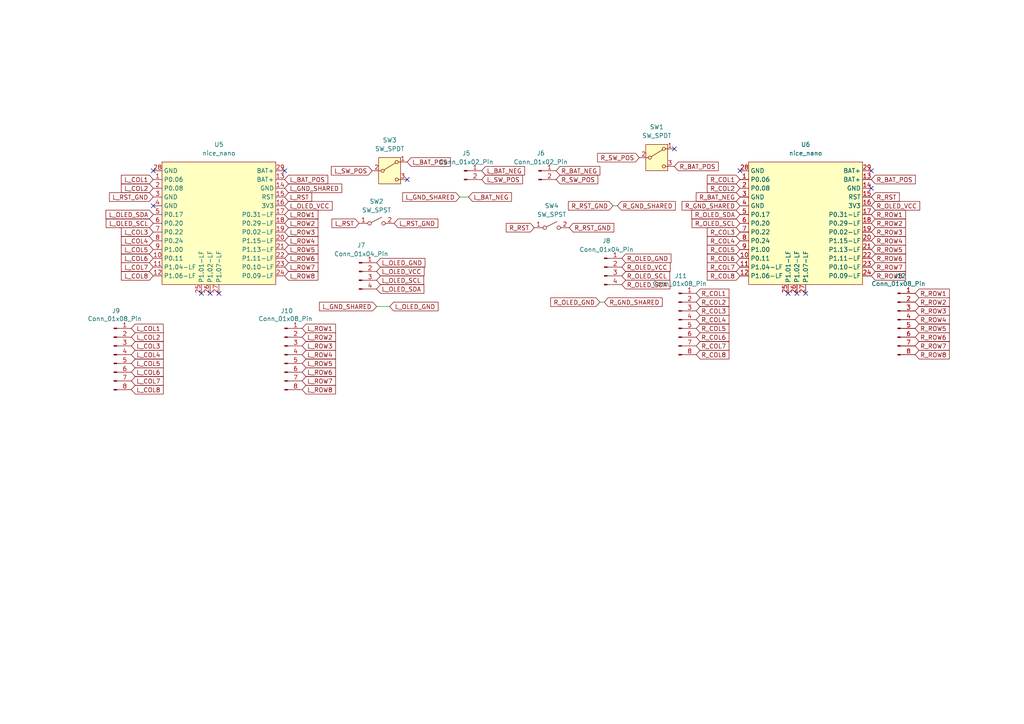
<source format=kicad_sch>
(kicad_sch (version 20231120) (generator "eeschema") (generator_version "8.0")
  (paper "A4")
  (lib_symbols
    (symbol "Connector:Conn_01x02_Pin" (pin_names (offset 1.016) hide)
      (property "Reference" "J" (at 0 2.54 0))
      (property "Value" "Conn_01x02_Pin" (at 0 -5.08 0))
      (symbol "Conn_01x02_Pin_1_1"
        (polyline (pts (xy 1.27 -2.54) (xy 0.8636 -2.54)) (stroke (width 0.1524)))
        (polyline (pts (xy 1.27 0) (xy 0.8636 0)) (stroke (width 0.1524)))
        (rectangle (start 0.8636 -2.413) (end 0 -2.667) (stroke (width 0.1524)) (fill (type outline)))
        (rectangle (start 0.8636 0.127) (end 0 -0.127) (stroke (width 0.1524)) (fill (type outline)))
        (pin passive line (at 5.08 0 180) (length 3.81) (name "Pin_1") (number "1"))
        (pin passive line (at 5.08 -2.54 180) (length 3.81) (name "Pin_2") (number "2"))
      )
    )
    (symbol "Connector:Conn_01x04_Pin" (pin_names (offset 1.016) hide)
      (property "Reference" "J" (at 0 5.08 0))
      (property "Value" "Conn_01x04_Pin" (at 0 -7.62 0))
      (symbol "Conn_01x04_Pin_1_1"
        (polyline (pts (xy 1.27 -5.08) (xy 0.8636 -5.08)) (stroke (width 0.1524)))
        (polyline (pts (xy 1.27 -2.54) (xy 0.8636 -2.54)) (stroke (width 0.1524)))
        (polyline (pts (xy 1.27 0) (xy 0.8636 0)) (stroke (width 0.1524)))
        (polyline (pts (xy 1.27 2.54) (xy 0.8636 2.54)) (stroke (width 0.1524)))
        (rectangle (start 0.8636 -4.953) (end 0 -5.207) (stroke (width 0.1524)) (fill (type outline)))
        (rectangle (start 0.8636 -2.413) (end 0 -2.667) (stroke (width 0.1524)) (fill (type outline)))
        (rectangle (start 0.8636 0.127) (end 0 -0.127) (stroke (width 0.1524)) (fill (type outline)))
        (rectangle (start 0.8636 2.667) (end 0 2.413) (stroke (width 0.1524)) (fill (type outline)))
        (pin passive line (at 5.08 2.54 180) (length 3.81) (name "Pin_1") (number "1"))
        (pin passive line (at 5.08 0 180) (length 3.81) (name "Pin_2") (number "2"))
        (pin passive line (at 5.08 -2.54 180) (length 3.81) (name "Pin_3") (number "3"))
        (pin passive line (at 5.08 -5.08 180) (length 3.81) (name "Pin_4") (number "4"))
      )
    )
    (symbol "Connector:Conn_01x08_Pin" (pin_names (offset 1.016) hide)
      (property "Reference" "J" (at 0 10.16 0))
      (property "Value" "Conn_01x08_Pin" (at 0 -12.7 0))
      (symbol "Conn_01x08_Pin_1_1"
        (polyline (pts (xy 1.27 -10.16) (xy 0.8636 -10.16)) (stroke (width 0.1524)))
        (polyline (pts (xy 1.27 -7.62) (xy 0.8636 -7.62)) (stroke (width 0.1524)))
        (polyline (pts (xy 1.27 -5.08) (xy 0.8636 -5.08)) (stroke (width 0.1524)))
        (polyline (pts (xy 1.27 -2.54) (xy 0.8636 -2.54)) (stroke (width 0.1524)))
        (polyline (pts (xy 1.27 0) (xy 0.8636 0)) (stroke (width 0.1524)))
        (polyline (pts (xy 1.27 2.54) (xy 0.8636 2.54)) (stroke (width 0.1524)))
        (polyline (pts (xy 1.27 5.08) (xy 0.8636 5.08)) (stroke (width 0.1524)))
        (polyline (pts (xy 1.27 7.62) (xy 0.8636 7.62)) (stroke (width 0.1524)))
        (rectangle (start 0.8636 -10.033) (end 0 -10.287) (stroke (width 0.1524)) (fill (type outline)))
        (rectangle (start 0.8636 -7.493) (end 0 -7.747) (stroke (width 0.1524)) (fill (type outline)))
        (rectangle (start 0.8636 -4.953) (end 0 -5.207) (stroke (width 0.1524)) (fill (type outline)))
        (rectangle (start 0.8636 -2.413) (end 0 -2.667) (stroke (width 0.1524)) (fill (type outline)))
        (rectangle (start 0.8636 0.127) (end 0 -0.127) (stroke (width 0.1524)) (fill (type outline)))
        (rectangle (start 0.8636 2.667) (end 0 2.413) (stroke (width 0.1524)) (fill (type outline)))
        (rectangle (start 0.8636 5.207) (end 0 4.953) (stroke (width 0.1524)) (fill (type outline)))
        (rectangle (start 0.8636 7.747) (end 0 7.493) (stroke (width 0.1524)) (fill (type outline)))
        (pin passive line (at 5.08 7.62 180) (length 3.81) (name "Pin_1") (number "1"))
        (pin passive line (at 5.08 5.08 180) (length 3.81) (name "Pin_2") (number "2"))
        (pin passive line (at 5.08 2.54 180) (length 3.81) (name "Pin_3") (number "3"))
        (pin passive line (at 5.08 0 180) (length 3.81) (name "Pin_4") (number "4"))
        (pin passive line (at 5.08 -2.54 180) (length 3.81) (name "Pin_5") (number "5"))
        (pin passive line (at 5.08 -5.08 180) (length 3.81) (name "Pin_6") (number "6"))
        (pin passive line (at 5.08 -7.62 180) (length 3.81) (name "Pin_7") (number "7"))
        (pin passive line (at 5.08 -10.16 180) (length 3.81) (name "Pin_8") (number "8"))
      )
    )
    (symbol "PCM_marbastlib-promicroish:nice_nano" (in_bom no)
      (property "Reference" "U" (at 0 22.86 0))
      (property "Value" "nice_nano" (at 0 20.32 0))
      (symbol "nice_nano_0_0"
        (pin bidirectional line (at -19.05 13.97 0) (length 2.54) (name "P0.06") (number "1"))
        (pin bidirectional line (at -19.05 -8.89 0) (length 2.54) (name "P0.11") (number "10"))
        (pin bidirectional line (at -19.05 -11.43 0) (length 2.54) (name "P1.04-LF") (number "11"))
        (pin bidirectional line (at -19.05 -13.97 0) (length 2.54) (name "P1.06-LF") (number "12"))
        (pin power_out line (at 19.05 11.43 180) (length 2.54) (name "GND") (number "14"))
        (pin bidirectional line (at 19.05 8.89 180) (length 2.54) (name "RST") (number "15"))
        (pin bidirectional line (at 19.05 3.81 180) (length 2.54) (name "P0.31-LF") (number "17"))
        (pin bidirectional line (at 19.05 1.27 180) (length 2.54) (name "P0.29-LF") (number "18"))
        (pin bidirectional line (at 19.05 -1.27 180) (length 2.54) (name "P0.02-LF") (number "19"))
        (pin bidirectional line (at -19.05 11.43 0) (length 2.54) (name "P0.08") (number "2"))
        (pin bidirectional line (at 19.05 -3.81 180) (length 2.54) (name "P1.15-LF") (number "20"))
        (pin bidirectional line (at 19.05 -6.35 180) (length 2.54) (name "P1.13-LF") (number "21"))
        (pin bidirectional line (at 19.05 -8.89 180) (length 2.54) (name "P1.11-LF") (number "22"))
        (pin bidirectional line (at 19.05 -13.97 180) (length 2.54) (name "P0.09-LF") (number "24"))
        (pin power_out line (at -19.05 8.89 0) (length 2.54) (name "GND") (number "3"))
        (pin power_out line (at -19.05 6.35 0) (length 2.54) (name "GND") (number "4"))
        (pin bidirectional line (at -19.05 3.81 0) (length 2.54) (name "P0.17") (number "5"))
        (pin bidirectional line (at -19.05 1.27 0) (length 2.54) (name "P0.20") (number "6"))
        (pin bidirectional line (at -19.05 -1.27 0) (length 2.54) (name "P0.22") (number "7"))
        (pin bidirectional line (at -19.05 -3.81 0) (length 2.54) (name "P0.24") (number "8"))
        (pin bidirectional line (at -19.05 -6.35 0) (length 2.54) (name "P1.00") (number "9"))
      )
      (symbol "nice_nano_1_0"
        (pin power_out line (at 19.05 13.97 180) (length 2.54) (name "BAT+") (number "13"))
        (pin power_out line (at 19.05 6.35 180) (length 2.54) (name "3V3") (number "16"))
        (pin bidirectional line (at 19.05 -11.43 180) (length 2.54) (name "P0.10-LF") (number "23"))
        (pin bidirectional line (at -5.08 -19.05 90) (length 2.54) (name "P1.01-LF") (number "25"))
        (pin bidirectional line (at -2.54 -19.05 90) (length 2.54) (name "P1.02-LF") (number "26"))
        (pin bidirectional line (at 0 -19.05 90) (length 2.54) (name "P1.07-LF") (number "27"))
        (pin power_out line (at -19.05 16.51 0) (length 2.54) (name "GND") (number "28"))
        (pin power_out line (at 19.05 16.51 180) (length 2.54) (name "BAT+") (number "29"))
      )
      (symbol "nice_nano_1_1"
        (rectangle (start -16.51 19.05) (end 16.51 -16.51) (fill (type background)))
      )
    )
    (symbol "Switch:SW_SPDT" (pin_names (offset 0) hide)
      (property "Reference" "SW" (at 0 5.08 0))
      (property "Value" "SW_SPDT" (at 0 -5.08 0))
      (symbol "SW_SPDT_0_1"
        (circle (center -2.032 0) (radius 0.4572))
        (polyline (pts (xy -1.651 0.254) (xy 1.651 2.286)))
        (circle (center 2.032 -2.54) (radius 0.4572))
        (circle (center 2.032 2.54) (radius 0.4572))
      )
      (symbol "SW_SPDT_1_1"
        (rectangle (start -3.175 3.81) (end 3.175 -3.81) (fill (type background)))
        (pin passive line (at 5.08 2.54 180) (length 2.54) (name "A") (number "1"))
        (pin passive line (at -5.08 0 0) (length 2.54) (name "B") (number "2"))
        (pin passive line (at 5.08 -2.54 180) (length 2.54) (name "C") (number "3"))
      )
    )
    (symbol "Switch:SW_SPST" (pin_names (offset 0) hide)
      (property "Reference" "SW" (at 0 3.175 0))
      (property "Value" "SW_SPST" (at 0 -2.54 0))
      (symbol "SW_SPST_0_0"
        (circle (center -2.032 0) (radius 0.508))
        (polyline (pts (xy -1.524 0.254) (xy 1.524 1.778)))
        (circle (center 2.032 0) (radius 0.508))
      )
      (symbol "SW_SPST_1_1"
        (pin passive line (at -5.08 0 0) (length 2.54) (name "A") (number "1"))
        (pin passive line (at 5.08 0 180) (length 2.54) (name "B") (number "2"))
      )
    )
  )
  (no_connect (at 233.68 85.09))
  (no_connect (at 252.73 49.53))
  (no_connect (at 63.5 85.09))
  (no_connect (at 118.11 52.07))
  (no_connect (at 214.63 49.53))
  (no_connect (at 58.42 85.09))
  (no_connect (at 82.55 49.53))
  (no_connect (at 44.45 49.53))
  (no_connect (at 252.73 54.61))
  (no_connect (at 60.96 85.09))
  (no_connect (at 44.45 59.69))
  (no_connect (at 228.6 85.09))
  (no_connect (at 231.14 85.09))
  (no_connect (at 195.58 43.18))
  (wire (pts (xy 173.99 87.63) (xy 175.26 87.63)))
  (wire (pts (xy 179.07 59.69) (xy 177.8 59.69)))
  (wire (pts (xy 109.22 88.9) (xy 113.03 88.9)))
  (wire (pts (xy 133.35 57.15) (xy 135.89 57.15)))
  (global_label "L_OLED_SCL" (shape input) (at 109.22 81.28 0) (property "Intersheetrefs" "${INTERSHEET_REFS}" (effects (hide yes))))
  (global_label "R_OLED_GND" (shape input) (at 180.34 74.93 0) (property "Intersheetrefs" "${INTERSHEET_REFS}" (effects (hide yes))))
  (global_label "R_ROW6" (shape input) (at 252.73 74.93 0) (property "Intersheetrefs" "${INTERSHEET_REFS}" (effects (hide yes))))
  (global_label "L_ROW4" (shape input) (at 82.55 69.85 0) (property "Intersheetrefs" "${INTERSHEET_REFS}" (effects (hide yes))))
  (global_label "L_COL3" (shape input) (at 44.45 67.31 180) (property "Intersheetrefs" "${INTERSHEET_REFS}" (effects (hide yes))))
  (global_label "R_OLED_SCL" (shape input) (at 180.34 80.01 0) (property "Intersheetrefs" "${INTERSHEET_REFS}" (effects (hide yes))))
  (global_label "R_OLED_SDA" (shape input) (at 180.34 82.55 0) (property "Intersheetrefs" "${INTERSHEET_REFS}" (effects (hide yes))))
  (global_label "L_OLED_SDA" (shape input) (at 44.45 62.23 180) (property "Intersheetrefs" "${INTERSHEET_REFS}" (effects (hide yes))))
  (global_label "L_RST_GND" (shape input) (at 44.45 57.15 180) (property "Intersheetrefs" "${INTERSHEET_REFS}" (effects (hide yes))))
  (global_label "R_COL5" (shape input) (at 201.93 95.25 0) (property "Intersheetrefs" "${INTERSHEET_REFS}" (effects (hide yes))))
  (global_label "R_SW_POS" (shape input) (at 161.29 52.07 0) (property "Intersheetrefs" "${INTERSHEET_REFS}" (effects (hide yes))))
  (global_label "R_COL1" (shape input) (at 214.63 52.07 180) (property "Intersheetrefs" "${INTERSHEET_REFS}" (effects (hide yes))))
  (global_label "L_ROW5" (shape input) (at 87.63 105.41 0) (property "Intersheetrefs" "${INTERSHEET_REFS}" (effects (hide yes))))
  (global_label "R_ROW6" (shape input) (at 265.43 97.79 0) (property "Intersheetrefs" "${INTERSHEET_REFS}" (effects (hide yes))))
  (global_label "R_COL8" (shape input) (at 214.63 80.01 180) (property "Intersheetrefs" "${INTERSHEET_REFS}" (effects (hide yes))))
  (global_label "R_COL3" (shape input) (at 201.93 90.17 0) (property "Intersheetrefs" "${INTERSHEET_REFS}" (effects (hide yes))))
  (global_label "R_ROW1" (shape input) (at 252.73 62.23 0) (property "Intersheetrefs" "${INTERSHEET_REFS}" (effects (hide yes))))
  (global_label "R_COL8" (shape input) (at 201.93 102.87 0) (property "Intersheetrefs" "${INTERSHEET_REFS}" (effects (hide yes))))
  (global_label "L_OLED_VCC" (shape input) (at 82.55 59.69 0) (property "Intersheetrefs" "${INTERSHEET_REFS}" (effects (hide yes))))
  (global_label "L_COL2" (shape input) (at 44.45 54.61 180) (property "Intersheetrefs" "${INTERSHEET_REFS}" (effects (hide yes))))
  (global_label "R_OLED_VCC" (shape input) (at 252.73 59.69 0) (property "Intersheetrefs" "${INTERSHEET_REFS}" (effects (hide yes))))
  (global_label "R_RST_GND" (shape input) (at 165.1 66.04 0) (property "Intersheetrefs" "${INTERSHEET_REFS}" (effects (hide yes))))
  (global_label "R_GND_SHARED" (shape input) (at 179.07 59.69 0) (property "Intersheetrefs" "${INTERSHEET_REFS}" (effects (hide yes))))
  (global_label "L_ROW2" (shape input) (at 87.63 97.79 0) (property "Intersheetrefs" "${INTERSHEET_REFS}" (effects (hide yes))))
  (global_label "L_COL1" (shape input) (at 44.45 52.07 180) (property "Intersheetrefs" "${INTERSHEET_REFS}" (effects (hide yes))))
  (global_label "L_COL6" (shape input) (at 44.45 74.93 180) (property "Intersheetrefs" "${INTERSHEET_REFS}" (effects (hide yes))))
  (global_label "R_COL2" (shape input) (at 214.63 54.61 180) (property "Intersheetrefs" "${INTERSHEET_REFS}" (effects (hide yes))))
  (global_label "L_ROW3" (shape input) (at 87.63 100.33 0) (property "Intersheetrefs" "${INTERSHEET_REFS}" (effects (hide yes))))
  (global_label "R_COL7" (shape input) (at 214.63 77.47 180) (property "Intersheetrefs" "${INTERSHEET_REFS}" (effects (hide yes))))
  (global_label "R_ROW8" (shape input) (at 265.43 102.87 0) (property "Intersheetrefs" "${INTERSHEET_REFS}" (effects (hide yes))))
  (global_label "R_RST" (shape input) (at 154.94 66.04 180) (property "Intersheetrefs" "${INTERSHEET_REFS}" (effects (hide yes))))
  (global_label "L_COL4" (shape input) (at 38.1 102.87 0) (property "Intersheetrefs" "${INTERSHEET_REFS}" (effects (hide yes))))
  (global_label "R_COL4" (shape input) (at 214.63 69.85 180) (property "Intersheetrefs" "${INTERSHEET_REFS}" (effects (hide yes))))
  (global_label "L_SW_POS" (shape input) (at 139.7 52.07 0) (property "Intersheetrefs" "${INTERSHEET_REFS}" (effects (hide yes))))
  (global_label "R_BAT_POS" (shape input) (at 195.58 48.26 0) (property "Intersheetrefs" "${INTERSHEET_REFS}" (effects (hide yes))))
  (global_label "R_BAT_POS" (shape input) (at 252.73 52.07 0) (property "Intersheetrefs" "${INTERSHEET_REFS}" (effects (hide yes))))
  (global_label "R_ROW5" (shape input) (at 265.43 95.25 0) (property "Intersheetrefs" "${INTERSHEET_REFS}" (effects (hide yes))))
  (global_label "L_COL6" (shape input) (at 38.1 107.95 0) (property "Intersheetrefs" "${INTERSHEET_REFS}" (effects (hide yes))))
  (global_label "L_SW_POS" (shape input) (at 107.95 49.53 180) (property "Intersheetrefs" "${INTERSHEET_REFS}" (effects (hide yes))))
  (global_label "L_ROW7" (shape input) (at 87.63 110.49 0) (property "Intersheetrefs" "${INTERSHEET_REFS}" (effects (hide yes))))
  (global_label "R_ROW1" (shape input) (at 265.43 85.09 0) (property "Intersheetrefs" "${INTERSHEET_REFS}" (effects (hide yes))))
  (global_label "L_BAT_NEG" (shape input) (at 139.7 49.53 0) (property "Intersheetrefs" "${INTERSHEET_REFS}" (effects (hide yes))))
  (global_label "L_OLED_GND" (shape input) (at 113.03 88.9 0) (property "Intersheetrefs" "${INTERSHEET_REFS}" (effects (hide yes))))
  (global_label "L_COL2" (shape input) (at 38.1 97.79 0) (property "Intersheetrefs" "${INTERSHEET_REFS}" (effects (hide yes))))
  (global_label "L_ROW5" (shape input) (at 82.55 72.39 0) (property "Intersheetrefs" "${INTERSHEET_REFS}" (effects (hide yes))))
  (global_label "L_ROW7" (shape input) (at 82.55 77.47 0) (property "Intersheetrefs" "${INTERSHEET_REFS}" (effects (hide yes))))
  (global_label "L_ROW8" (shape input) (at 82.55 80.01 0) (property "Intersheetrefs" "${INTERSHEET_REFS}" (effects (hide yes))))
  (global_label "L_COL1" (shape input) (at 38.1 95.25 0) (property "Intersheetrefs" "${INTERSHEET_REFS}" (effects (hide yes))))
  (global_label "L_COL8" (shape input) (at 38.1 113.03 0) (property "Intersheetrefs" "${INTERSHEET_REFS}" (effects (hide yes))))
  (global_label "R_GND_SHARED" (shape input) (at 214.63 59.69 180) (property "Intersheetrefs" "${INTERSHEET_REFS}" (effects (hide yes))))
  (global_label "L_RST" (shape input) (at 82.55 57.15 0) (property "Intersheetrefs" "${INTERSHEET_REFS}" (effects (hide yes))))
  (global_label "R_BAT_NEG" (shape input) (at 214.63 57.15 180) (property "Intersheetrefs" "${INTERSHEET_REFS}" (effects (hide yes))))
  (global_label "R_COL6" (shape input) (at 201.93 97.79 0) (property "Intersheetrefs" "${INTERSHEET_REFS}" (effects (hide yes))))
  (global_label "R_ROW8" (shape input) (at 252.73 80.01 0) (property "Intersheetrefs" "${INTERSHEET_REFS}" (effects (hide yes))))
  (global_label "L_BAT_NEG" (shape input) (at 135.89 57.15 0) (property "Intersheetrefs" "${INTERSHEET_REFS}" (effects (hide yes))))
  (global_label "R_ROW2" (shape input) (at 265.43 87.63 0) (property "Intersheetrefs" "${INTERSHEET_REFS}" (effects (hide yes))))
  (global_label "L_BAT_POS" (shape input) (at 82.55 52.07 0) (property "Intersheetrefs" "${INTERSHEET_REFS}" (effects (hide yes))))
  (global_label "L_COL5" (shape input) (at 38.1 105.41 0) (property "Intersheetrefs" "${INTERSHEET_REFS}" (effects (hide yes))))
  (global_label "L_ROW6" (shape input) (at 87.63 107.95 0) (property "Intersheetrefs" "${INTERSHEET_REFS}" (effects (hide yes))))
  (global_label "L_OLED_SDA" (shape input) (at 109.22 83.82 0) (property "Intersheetrefs" "${INTERSHEET_REFS}" (effects (hide yes))))
  (global_label "R_COL3" (shape input) (at 214.63 67.31 180) (property "Intersheetrefs" "${INTERSHEET_REFS}" (effects (hide yes))))
  (global_label "R_RST" (shape input) (at 252.73 57.15 0) (property "Intersheetrefs" "${INTERSHEET_REFS}" (effects (hide yes))))
  (global_label "L_BAT_POS" (shape input) (at 118.11 46.99 0) (property "Intersheetrefs" "${INTERSHEET_REFS}" (effects (hide yes))))
  (global_label "L_GND_SHARED" (shape input) (at 109.22 88.9 180) (property "Intersheetrefs" "${INTERSHEET_REFS}" (effects (hide yes))))
  (global_label "L_OLED_SCL" (shape input) (at 44.45 64.77 180) (property "Intersheetrefs" "${INTERSHEET_REFS}" (effects (hide yes))))
  (global_label "R_ROW2" (shape input) (at 252.73 64.77 0) (property "Intersheetrefs" "${INTERSHEET_REFS}" (effects (hide yes))))
  (global_label "L_ROW8" (shape input) (at 87.63 113.03 0) (property "Intersheetrefs" "${INTERSHEET_REFS}" (effects (hide yes))))
  (global_label "L_ROW1" (shape input) (at 87.63 95.25 0) (property "Intersheetrefs" "${INTERSHEET_REFS}" (effects (hide yes))))
  (global_label "L_RST" (shape input) (at 104.14 64.77 180) (property "Intersheetrefs" "${INTERSHEET_REFS}" (effects (hide yes))))
  (global_label "R_ROW4" (shape input) (at 252.73 69.85 0) (property "Intersheetrefs" "${INTERSHEET_REFS}" (effects (hide yes))))
  (global_label "L_RST_GND" (shape input) (at 114.3 64.77 0) (property "Intersheetrefs" "${INTERSHEET_REFS}" (effects (hide yes))))
  (global_label "L_COL8" (shape input) (at 44.45 80.01 180) (property "Intersheetrefs" "${INTERSHEET_REFS}" (effects (hide yes))))
  (global_label "L_COL7" (shape input) (at 38.1 110.49 0) (property "Intersheetrefs" "${INTERSHEET_REFS}" (effects (hide yes))))
  (global_label "R_BAT_NEG" (shape input) (at 161.29 49.53 0) (property "Intersheetrefs" "${INTERSHEET_REFS}" (effects (hide yes))))
  (global_label "L_COL4" (shape input) (at 44.45 69.85 180) (property "Intersheetrefs" "${INTERSHEET_REFS}" (effects (hide yes))))
  (global_label "R_OLED_VCC" (shape input) (at 180.34 77.47 0) (property "Intersheetrefs" "${INTERSHEET_REFS}" (effects (hide yes))))
  (global_label "R_SW_POS" (shape input) (at 185.42 45.72 180) (property "Intersheetrefs" "${INTERSHEET_REFS}" (effects (hide yes))))
  (global_label "R_OLED_SCL" (shape input) (at 214.63 64.77 180) (property "Intersheetrefs" "${INTERSHEET_REFS}" (effects (hide yes))))
  (global_label "R_COL5" (shape input) (at 214.63 72.39 180) (property "Intersheetrefs" "${INTERSHEET_REFS}" (effects (hide yes))))
  (global_label "L_GND_SHARED" (shape input) (at 82.55 54.61 0) (property "Intersheetrefs" "${INTERSHEET_REFS}" (effects (hide yes))))
  (global_label "L_ROW1" (shape input) (at 82.55 62.23 0) (property "Intersheetrefs" "${INTERSHEET_REFS}" (effects (hide yes))))
  (global_label "R_GND_SHARED" (shape input) (at 175.26 87.63 0) (property "Intersheetrefs" "${INTERSHEET_REFS}" (effects (hide yes))))
  (global_label "R_ROW7" (shape input) (at 265.43 100.33 0) (property "Intersheetrefs" "${INTERSHEET_REFS}" (effects (hide yes))))
  (global_label "L_COL5" (shape input) (at 44.45 72.39 180) (property "Intersheetrefs" "${INTERSHEET_REFS}" (effects (hide yes))))
  (global_label "R_ROW3" (shape input) (at 265.43 90.17 0) (property "Intersheetrefs" "${INTERSHEET_REFS}" (effects (hide yes))))
  (global_label "R_COL2" (shape input) (at 201.93 87.63 0) (property "Intersheetrefs" "${INTERSHEET_REFS}" (effects (hide yes))))
  (global_label "R_OLED_SDA" (shape input) (at 214.63 62.23 180) (property "Intersheetrefs" "${INTERSHEET_REFS}" (effects (hide yes))))
  (global_label "R_COL6" (shape input) (at 214.63 74.93 180) (property "Intersheetrefs" "${INTERSHEET_REFS}" (effects (hide yes))))
  (global_label "L_ROW3" (shape input) (at 82.55 67.31 0) (property "Intersheetrefs" "${INTERSHEET_REFS}" (effects (hide yes))))
  (global_label "L_ROW6" (shape input) (at 82.55 74.93 0) (property "Intersheetrefs" "${INTERSHEET_REFS}" (effects (hide yes))))
  (global_label "R_RST_GND" (shape input) (at 177.8 59.69 180) (property "Intersheetrefs" "${INTERSHEET_REFS}" (effects (hide yes))))
  (global_label "L_ROW2" (shape input) (at 82.55 64.77 0) (property "Intersheetrefs" "${INTERSHEET_REFS}" (effects (hide yes))))
  (global_label "L_COL3" (shape input) (at 38.1 100.33 0) (property "Intersheetrefs" "${INTERSHEET_REFS}" (effects (hide yes))))
  (global_label "R_COL7" (shape input) (at 201.93 100.33 0) (property "Intersheetrefs" "${INTERSHEET_REFS}" (effects (hide yes))))
  (global_label "R_ROW5" (shape input) (at 252.73 72.39 0) (property "Intersheetrefs" "${INTERSHEET_REFS}" (effects (hide yes))))
  (global_label "L_OLED_GND" (shape input) (at 109.22 76.2 0) (property "Intersheetrefs" "${INTERSHEET_REFS}" (effects (hide yes))))
  (global_label "R_ROW3" (shape input) (at 252.73 67.31 0) (property "Intersheetrefs" "${INTERSHEET_REFS}" (effects (hide yes))))
  (global_label "L_COL7" (shape input) (at 44.45 77.47 180) (property "Intersheetrefs" "${INTERSHEET_REFS}" (effects (hide yes))))
  (global_label "R_COL1" (shape input) (at 201.93 85.09 0) (property "Intersheetrefs" "${INTERSHEET_REFS}" (effects (hide yes))))
  (global_label "R_ROW7" (shape input) (at 252.73 77.47 0) (property "Intersheetrefs" "${INTERSHEET_REFS}" (effects (hide yes))))
  (global_label "R_OLED_GND" (shape input) (at 173.99 87.63 180) (property "Intersheetrefs" "${INTERSHEET_REFS}" (effects (hide yes))))
  (global_label "R_ROW4" (shape input) (at 265.43 92.71 0) (property "Intersheetrefs" "${INTERSHEET_REFS}" (effects (hide yes))))
  (global_label "L_ROW4" (shape input) (at 87.63 102.87 0) (property "Intersheetrefs" "${INTERSHEET_REFS}" (effects (hide yes))))
  (global_label "L_OLED_VCC" (shape input) (at 109.22 78.74 0) (property "Intersheetrefs" "${INTERSHEET_REFS}" (effects (hide yes))))
  (global_label "R_COL4" (shape input) (at 201.93 92.71 0) (property "Intersheetrefs" "${INTERSHEET_REFS}" (effects (hide yes))))
  (global_label "L_GND_SHARED" (shape input) (at 133.35 57.15 180) (property "Intersheetrefs" "${INTERSHEET_REFS}" (effects (hide yes))))
  (symbol (lib_id "Connector:Conn_01x04_Pin") (at 175.26 77.47 0) (unit 1)
    (property "Reference" "J8" (at 175.895 69.85 0))
    (property "Value" "Conn_01x04_Pin" (at 175.895 72.39 0))
    (property "Footprint" "Connector_JST:JST_PH_S4B-PH-K_1x04_P2.00mm_Horizontal" (effects (hide yes)))
    (property "Description" "Generic connector, single row, 01x04, script generated" (effects (hide yes)))
  )
  (symbol (lib_id "PCM_marbastlib-promicroish:nice_nano") (at 63.5 66.04 0) (unit 1) (in_bom no)
    (property "Reference" "U5" (at 63.5 41.91 0))
    (property "Value" "nice_nano" (at 63.5 44.45 0))
    (property "Footprint" "PCM_marbastlib-xp-promicroish:SuperMini_nRF52840_H_USBup" (effects (hide yes)))
    (property "Datasheet" "https://nicekeyboards.com/docs/nice-nano/pinout-schematic" (effects (hide yes)))
    (property "Description" "Symbol for an nicekeyboards nice!nano" (effects (hide yes)))
  )
  (symbol (lib_id "Connector:Conn_01x08_Pin") (at 33.02 102.87 0) (unit 1)
    (property "Reference" "J9" (at 33.655 90.17 0))
    (property "Value" "Conn_01x08_Pin" (at 33.274 92.456 0))
    (property "Footprint" "#footprint:PinHeader_1x08_P2.54mm_Vertical_rev2" (effects (hide yes)))
    (property "Description" "Generic connector, single row, 01x08, script generated" (effects (hide yes)))
  )
  (symbol (lib_id "Connector:Conn_01x08_Pin") (at 196.85 92.71 0) (unit 1)
    (property "Reference" "J11" (at 197.485 80.01 0))
    (property "Value" "Conn_01x08_Pin" (at 197.104 82.296 0))
    (property "Footprint" "#footprint:PinHeader_1x08_P2.54mm_Vertical_rev2" (effects (hide yes)))
    (property "Description" "Generic connector, single row, 01x08, script generated" (effects (hide yes)))
  )
  (symbol (lib_id "Connector:Conn_01x08_Pin") (at 260.35 92.71 0) (unit 1)
    (property "Reference" "J12" (at 260.985 80.01 0))
    (property "Value" "Conn_01x08_Pin" (at 260.604 82.296 0))
    (property "Footprint" "#footprint:PinHeader_1x08_P2.54mm_Vertical_rev2" (effects (hide yes)))
    (property "Description" "Generic connector, single row, 01x08, script generated" (effects (hide yes)))
  )
  (symbol (lib_id "Connector:Conn_01x02_Pin") (at 134.62 49.53 0) (unit 1)
    (property "Reference" "J5" (at 135.255 44.45 0))
    (property "Value" "Conn_01x02_Pin" (at 135.255 46.99 0))
    (property "Footprint" "Connector_JST:JST_PH_S2B-PH-K_1x02_P2.00mm_Horizontal" (effects (hide yes)))
    (property "Description" "Generic connector, single row, 01x02, script generated" (effects (hide yes)))
  )
  (symbol (lib_id "Switch:SW_SPST") (at 109.22 64.77 0) (unit 1)
    (property "Reference" "SW2" (at 109.22 58.42 0))
    (property "Value" "SW_SPST" (at 109.22 60.96 0))
    (property "Footprint" "PCM_marbastlib-various:SW_SKHLLCA010" (effects (hide yes)))
    (property "Description" "Single Pole Single Throw (SPST) switch" (effects (hide yes)))
  )
  (symbol (lib_id "Switch:SW_SPST") (at 160.02 66.04 0) (unit 1)
    (property "Reference" "SW4" (at 160.02 59.69 0))
    (property "Value" "SW_SPST" (at 160.02 62.23 0))
    (property "Footprint" "PCM_marbastlib-various:SW_SKHLLCA010" (effects (hide yes)))
    (property "Description" "Single Pole Single Throw (SPST) switch" (effects (hide yes)))
  )
  (symbol (lib_id "Connector:Conn_01x02_Pin") (at 156.21 49.53 0) (unit 1)
    (property "Reference" "J6" (at 156.845 44.45 0))
    (property "Value" "Conn_01x02_Pin" (at 156.845 46.99 0))
    (property "Footprint" "Connector_JST:JST_PH_S2B-PH-K_1x02_P2.00mm_Horizontal" (effects (hide yes)))
    (property "Description" "Generic connector, single row, 01x02, script generated" (effects (hide yes)))
  )
  (symbol (lib_id "Connector:Conn_01x08_Pin") (at 82.55 102.87 0) (unit 1)
    (property "Reference" "J10" (at 83.185 90.17 0))
    (property "Value" "Conn_01x08_Pin" (at 82.804 92.456 0))
    (property "Footprint" "#footprint:PinHeader_1x08_P2.54mm_Vertical_rev2" (effects (hide yes)))
    (property "Description" "Generic connector, single row, 01x08, script generated" (effects (hide yes)))
  )
  (symbol (lib_id "Switch:SW_SPDT") (at 113.03 49.53 0) (unit 1)
    (property "Reference" "SW3" (at 113.03 40.64 0))
    (property "Value" "SW_SPDT" (at 113.03 43.18 0))
    (property "Footprint" "#footprint:TGSW_MSK-12D19" (effects (hide yes)))
    (property "Description" "Switch, single pole double throw" (effects (hide yes)))
  )
  (symbol (lib_id "Switch:SW_SPDT") (at 190.5 45.72 0) (unit 1)
    (property "Reference" "SW1" (at 190.5 36.83 0))
    (property "Value" "SW_SPDT" (at 190.5 39.37 0))
    (property "Footprint" "#footprint:TGSW_MSK-12D19" (effects (hide yes)))
    (property "Description" "Switch, single pole double throw" (effects (hide yes)))
  )
  (symbol (lib_id "PCM_marbastlib-promicroish:nice_nano") (at 233.68 66.04 0) (unit 1) (in_bom no)
    (property "Reference" "U6" (at 233.68 41.91 0))
    (property "Value" "nice_nano" (at 233.68 44.45 0))
    (property "Footprint" "PCM_marbastlib-xp-promicroish:SuperMini_nRF52840_H_USBup" (effects (hide yes)))
    (property "Datasheet" "https://nicekeyboards.com/docs/nice-nano/pinout-schematic" (effects (hide yes)))
    (property "Description" "Symbol for an nicekeyboards nice!nano" (effects (hide yes)))
  )
  (symbol (lib_id "Connector:Conn_01x04_Pin") (at 104.14 78.74 0) (unit 1)
    (property "Reference" "J7" (at 104.775 71.12 0))
    (property "Value" "Conn_01x04_Pin" (at 104.775 73.66 0))
    (property "Footprint" "Connector_JST:JST_PH_S4B-PH-K_1x04_P2.00mm_Horizontal" (effects (hide yes)))
    (property "Description" "Generic connector, single row, 01x04, script generated" (effects (hide yes)))
  )
)
</source>
